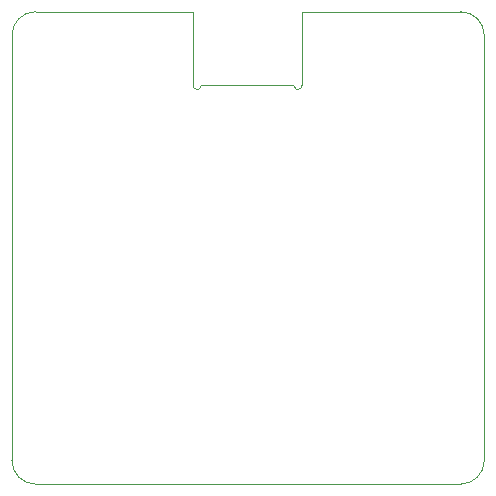
<source format=gm1>
G04 #@! TF.GenerationSoftware,KiCad,Pcbnew,8.0.4*
G04 #@! TF.CreationDate,2024-10-04T00:04:43-04:00*
G04 #@! TF.ProjectId,BlueSTM32,426c7565-5354-44d3-9332-2e6b69636164,rev?*
G04 #@! TF.SameCoordinates,Original*
G04 #@! TF.FileFunction,Profile,NP*
%FSLAX46Y46*%
G04 Gerber Fmt 4.6, Leading zero omitted, Abs format (unit mm)*
G04 Created by KiCad (PCBNEW 8.0.4) date 2024-10-04 00:04:43*
%MOMM*%
%LPD*%
G01*
G04 APERTURE LIST*
G04 #@! TA.AperFunction,Profile*
%ADD10C,0.010000*%
G04 #@! TD*
G04 APERTURE END LIST*
D10*
X190000000Y-138000000D02*
G75*
G02*
X188000000Y-140000000I-2000000J0D01*
G01*
X188000000Y-100000000D02*
X176470000Y-100000000D01*
X152000000Y-140000000D02*
G75*
G02*
X150000000Y-138000000I0J2000000D01*
G01*
X188000000Y-140000000D02*
X152000000Y-140000000D01*
X150000000Y-102000000D02*
G75*
G02*
X152000000Y-100000000I2000000J0D01*
G01*
X150000000Y-138000000D02*
X150000000Y-102000000D01*
X188000000Y-100000000D02*
G75*
G02*
X190000000Y-102000000I0J-2000000D01*
G01*
X163590000Y-100000000D02*
X152000000Y-100000000D01*
X190000000Y-102000000D02*
X190000000Y-138000000D01*
X174570000Y-106200000D02*
G75*
G02*
X174245000Y-106600000I-362499J-37501D01*
G01*
X174245000Y-106600000D02*
G75*
G02*
X173920000Y-106320000I-22501J302499D01*
G01*
X173770000Y-106200000D02*
G75*
G02*
X173920000Y-106320000I15000J-135000D01*
G01*
X165980000Y-106320000D02*
G75*
G02*
X166130000Y-106200000I135000J-15000D01*
G01*
X165980000Y-106320000D02*
G75*
G02*
X165655000Y-106600000I-302500J22500D01*
G01*
X165655000Y-106600000D02*
G75*
G02*
X165330000Y-106200000I37500J362500D01*
G01*
X176470000Y-100000000D02*
X174570000Y-100000000D01*
X174570000Y-100000000D02*
X174570000Y-106200000D01*
X173770000Y-106200000D02*
X166130000Y-106200000D01*
X165330000Y-106200000D02*
X165330000Y-100000000D01*
X165330000Y-100000000D02*
X163590000Y-100000000D01*
M02*

</source>
